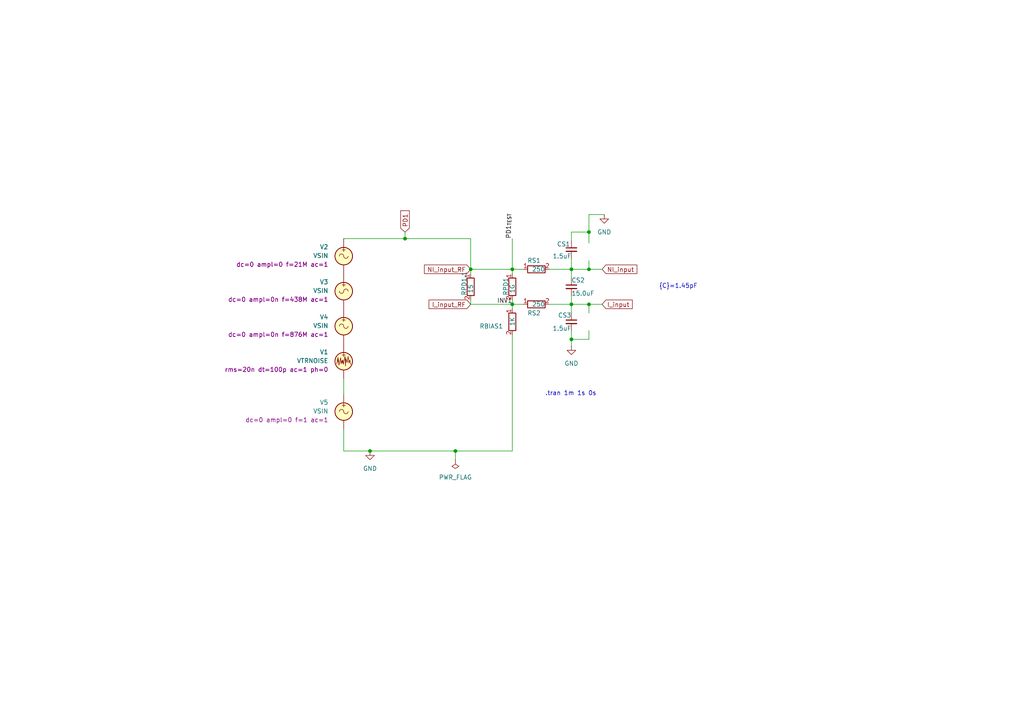
<source format=kicad_sch>
(kicad_sch (version 20230121) (generator eeschema)
  (paper "A4")
  (lib_symbols
    (symbol "Device:C_Small" (pin_numbers hide) (pin_names (offset 0.254) hide)
      (property "Reference" "C" (at 0.254 1.778 0))
      (property "Value" "C_Small" (at 0.254 -2.032 0))
      (symbol "C_Small_0_1"
        (polyline (pts (xy -1.524 -0.508) (xy 1.524 -0.508)) (stroke (width 0.3302)))
        (polyline (pts (xy -1.524 0.508) (xy 1.524 0.508)) (stroke (width 0.3048)))
      )
      (symbol "C_Small_1_1"
        (pin passive line (at 0 2.54 270) (length 2.032) (name "~") (number "1"))
        (pin passive line (at 0 -2.54 90) (length 2.032) (name "~") (number "2"))
      )
    )
    (symbol "Device:R" (pin_names (offset 0))
      (property "Reference" "R" (at 2.032 0 90))
      (property "Value" "R" (at 0 0 90))
      (symbol "R_0_1"
        (rectangle (start -1.016 -2.54) (end 1.016 2.54) (stroke (width 0.254)))
      )
      (symbol "R_1_1"
        (pin passive line (at 0 3.81 270) (length 1.27) (name "~") (number "1"))
        (pin passive line (at 0 -3.81 90) (length 1.27) (name "~") (number "2"))
      )
    )
    (symbol "R_1" (pin_names (offset 0))
      (property "Reference" "R" (at 2.032 0 90))
      (property "Value" "R" (at 0 0 90))
      (symbol "R_1_0_1"
        (rectangle (start -1.016 -2.54) (end 1.016 2.54) (stroke (width 0.254)))
      )
      (symbol "R_1_1_1"
        (pin passive line (at 0 3.81 270) (length 1.27) (name "~") (number "1"))
        (pin passive line (at 0 -3.81 90) (length 1.27) (name "~") (number "2"))
      )
    )
    (symbol "R_2" (pin_names (offset 0))
      (property "Reference" "R" (at 2.032 0 90))
      (property "Value" "R" (at 0 0 90))
      (symbol "R_2_0_1"
        (rectangle (start -1.016 -2.54) (end 1.016 2.54) (stroke (width 0.254)))
      )
      (symbol "R_2_1_1"
        (pin passive line (at 0 3.81 270) (length 1.27) (name "~") (number "1"))
        (pin passive line (at 0 -3.81 90) (length 1.27) (name "~") (number "2"))
      )
    )
    (symbol "Simulation_SPICE:VSIN" (pin_numbers hide) (pin_names (offset 0.0254))
      (property "Reference" "V" (at 2.54 2.54 0))
      (property "Value" "VSIN" (at 2.54 0 0))
      (property "Sim.Params" "dc=0 ampl=1 f=1k ac=1" (at 2.54 -2.54 0))
      (symbol "VSIN_0_0"
        (arc (start 0 0) (mid -0.635 0.6323) (end -1.27 0))
        (arc (start 0 0) (mid 0.635 -0.6323) (end 1.27 0))
        (text "+" (at 0 1.905 0) (effects (font (size 1.27 1.27))))
      )
      (symbol "VSIN_0_1"
        (circle (center 0 0) (radius 2.54) (stroke (width 0.254)) (fill (type background)))
      )
      (symbol "VSIN_1_1"
        (pin passive line (at 0 5.08 270) (length 2.54) (name "~") (number "1"))
        (pin passive line (at 0 -5.08 90) (length 2.54) (name "~") (number "2"))
      )
    )
    (symbol "Simulation_SPICE:VTRNOISE" (pin_numbers hide) (pin_names (offset 0.0254))
      (property "Reference" "V" (at 2.54 2.54 0))
      (property "Value" "VTRNOISE" (at 2.54 0 0))
      (property "Sim.Params" "rms=20n dt=0.5n ac=0 ph=0" (at 2.54 -2.54 0))
      (symbol "VTRNOISE_0_0"
        (text "+" (at 0 1.905 0) (effects (font (size 1.27 1.27))))
      )
      (symbol "VTRNOISE_0_1"
        (polyline (pts (xy -2.032 -0.762) (xy -1.651 1.143) (xy -1.651 -0.254) (xy -1.524 0.508) (xy -1.397 -1.143) (xy -0.889 1.016) (xy -0.762 -0.762) (xy -0.508 0.254) (xy -0.381 -0.508) (xy -0.254 0.381) (xy -0.127 -0.889) (xy 0.381 1.397) (xy 0.508 -1.397) (xy 0.635 0.762) (xy 1.016 -0.381) (xy 1.27 1.397) (xy 1.524 -0.508) (xy 1.778 0.381) (xy 2.032 -0.889)))
        (circle (center 0 0) (radius 2.54) (stroke (width 0.254)) (fill (type background)))
      )
      (symbol "VTRNOISE_1_1"
        (pin passive line (at 0 5.08 270) (length 2.54) (name "~") (number "1"))
        (pin passive line (at 0 -5.08 90) (length 2.54) (name "~") (number "2"))
      )
    )
    (symbol "power:GND" (power) (pin_names (offset 0))
      (property "Value" "GND" (at 0 -3.81 0))
      (symbol "GND_0_1"
        (polyline (pts (xy 0 0) (xy 0 -1.27) (xy 1.27 -1.27) (xy 0 -2.54) (xy -1.27 -1.27) (xy 0 -1.27)))
      )
      (symbol "GND_1_1"
        (pin power_in line (at 0 0 270) (length 0) hide (name "GND") (number "1"))
      )
    )
    (symbol "power:PWR_FLAG" (power) (pin_numbers hide) (pin_names (offset 0) hide)
      (property "Value" "PWR_FLAG" (at 0 3.81 0))
      (symbol "PWR_FLAG_0_0"
        (pin power_out line (at 0 0 90) (length 0) (name "pwr") (number "1"))
      )
      (symbol "PWR_FLAG_0_1"
        (polyline (pts (xy 0 0) (xy 0 1.27) (xy -1.016 1.905) (xy 0 2.54) (xy 1.016 1.905) (xy 0 1.27)))
      )
    )
  )
  (junction (at 170.815 88.265))
  (junction (at 170.815 67.31))
  (junction (at 117.475 69.215))
  (junction (at 165.735 88.265))
  (junction (at 136.525 78.105))
  (junction (at 170.815 78.105))
  (junction (at 132.08 130.81))
  (junction (at 107.315 130.81))
  (junction (at 148.59 88.265))
  (junction (at 148.59 78.105))
  (junction (at 165.735 98.425))
  (junction (at 165.735 78.105))
  (wire (pts (xy 132.08 130.81) (xy 132.08 133.35)))
  (wire (pts (xy 165.735 74.93) (xy 165.735 78.105)))
  (wire (pts (xy 165.735 98.425) (xy 165.735 100.33)))
  (wire (pts (xy 165.735 85.725) (xy 165.735 88.265)))
  (wire (pts (xy 165.735 67.31) (xy 165.735 69.85)))
  (wire (pts (xy 165.735 78.105) (xy 165.735 80.645)))
  (wire (pts (xy 170.815 88.265) (xy 170.815 90.805)))
  (wire (pts (xy 107.315 130.81) (xy 132.08 130.81)))
  (wire (pts (xy 170.815 67.31) (xy 170.815 70.485)))
  (wire (pts (xy 99.695 69.215) (xy 117.475 69.215)))
  (wire (pts (xy 170.815 78.105) (xy 174.625 78.105)))
  (wire (pts (xy 136.525 88.265) (xy 148.59 88.265)))
  (wire (pts (xy 99.695 124.46) (xy 99.695 130.81)))
  (wire (pts (xy 99.695 109.855) (xy 99.695 114.3)))
  (wire (pts (xy 170.815 88.265) (xy 174.625 88.265)))
  (wire (pts (xy 165.735 78.105) (xy 170.815 78.105)))
  (wire (pts (xy 148.59 97.155) (xy 148.59 130.81)))
  (wire (pts (xy 159.385 78.105) (xy 165.735 78.105)))
  (wire (pts (xy 170.815 75.565) (xy 170.815 78.105)))
  (wire (pts (xy 148.59 88.265) (xy 151.765 88.265)))
  (wire (pts (xy 165.735 88.265) (xy 165.735 90.805)))
  (wire (pts (xy 117.475 67.31) (xy 117.475 69.215)))
  (wire (pts (xy 170.815 62.23) (xy 175.26 62.23)))
  (wire (pts (xy 148.59 86.995) (xy 148.59 88.265)))
  (wire (pts (xy 170.815 62.23) (xy 170.815 67.31)))
  (wire (pts (xy 136.525 78.105) (xy 148.59 78.105)))
  (wire (pts (xy 148.59 78.105) (xy 151.765 78.105)))
  (wire (pts (xy 99.695 130.81) (xy 107.315 130.81)))
  (wire (pts (xy 165.735 88.265) (xy 170.815 88.265)))
  (wire (pts (xy 159.385 88.265) (xy 165.735 88.265)))
  (wire (pts (xy 136.525 88.265) (xy 136.525 86.995)))
  (wire (pts (xy 136.525 69.215) (xy 136.525 78.105)))
  (wire (pts (xy 170.815 95.885) (xy 170.815 98.425)))
  (wire (pts (xy 132.08 130.81) (xy 148.59 130.81)))
  (wire (pts (xy 136.525 78.105) (xy 136.525 79.375)))
  (wire (pts (xy 165.735 95.885) (xy 165.735 98.425)))
  (wire (pts (xy 148.59 78.105) (xy 148.59 79.375)))
  (wire (pts (xy 170.815 67.31) (xy 165.735 67.31)))
  (wire (pts (xy 117.475 69.215) (xy 136.525 69.215)))
  (wire (pts (xy 170.815 98.425) (xy 165.735 98.425)))
  (wire (pts (xy 148.59 69.215) (xy 148.59 78.105)))
  (wire (pts (xy 148.59 88.265) (xy 148.59 89.535)))
  (text "{C}=1.45pF" (at 191.135 83.82 0) (effects (font (size 1.27 1.27)) (justify left bottom)))
  (text ".tran 1m 1s 0s" (at 158.115 114.935 0) (effects (font (size 1.27 1.27)) (justify left bottom)))
  (label "INV1" (at 148.59 88.265 180))
  (label "PD1_{TEST}" (at 148.59 69.215 90))
  (global_label "NI_input" (shape input) (at 174.625 78.105 0) (property "Intersheetrefs" "${INTERSHEET_REFS}" (effects hide)))
  (global_label "NI_input_RF" (shape input) (at 136.525 78.105 180) (property "Intersheetrefs" "${INTERSHEET_REFS}" (effects hide)))
  (global_label "I_input" (shape input) (at 174.625 88.265 0) (property "Intersheetrefs" "${INTERSHEET_REFS}" (effects hide)))
  (global_label "PD1" (shape input) (at 117.475 67.31 90) (property "Intersheetrefs" "${INTERSHEET_REFS}" (effects hide)))
  (global_label "I_input_RF" (shape input) (at 136.525 88.265 180) (property "Intersheetrefs" "${INTERSHEET_REFS}" (effects hide)))
  (symbol (lib_id "Device:C_Small") (at 165.735 83.185 0) (unit 1)
    (property "Reference" "CS2" (at 165.735 81.28 0) (effects (justify left)))
    (property "Value" "15.0uF" (at 165.735 85.09 0) (effects (justify left)))
    (property "Footprint" "Capacitor_SMD:C_0603_1608Metric" (effects hide))
    (property "Part Number" "06035J100FBTTR" (effects hide))
  )
  (symbol (lib_id "Device:R") (at 148.59 93.345 0) (unit 1)
    (property "Reference" "RBIAS1" (at 139.065 94.615 0) (effects (justify left)))
    (property "Value" "1K" (at 148.59 94.615 90) (effects (justify left)))
    (property "Footprint" "Capacitor_SMD:C_0805_2012Metric" (effects hide))
  )
  (symbol (lib_id "Simulation_SPICE:VTRNOISE") (at 99.695 104.775 0) (unit 1)
    (property "Reference" "V1" (at 95.25 102.1052 0) (effects (justify right)))
    (property "Value" "VTRNOISE" (at 95.25 104.6452 0) (effects (justify right)))
    (property "Sim.Pins" "1=+ 2=-" (effects hide))
    (property "Sim.Params" "rms=20n dt=100p ac=1 ph=0" (at 95.25 107.1852 0) (effects (justify right)))
    (property "Sim.Device" "V" (effects hide))
    (property "Sim.Type" "WHITENOISE" (effects hide))
  )
  (symbol (lib_id "Device:R") (at 155.575 78.105 90) (unit 1)
    (property "Reference" "RS1" (at 156.845 75.565 90) (effects (justify left)))
    (property "Value" "250" (at 158.115 78.105 90) (effects (justify left)))
    (property "Footprint" "Resistor_SMD:R_0805_2012Metric" (effects hide))
    (property "Part Number" "ERA-6VEB3300V" (effects hide))
  )
  (symbol (lib_id "power:GND") (at 175.26 62.23 0) (unit 1)
    (property "Reference" "#PWR04" (effects hide))
    (property "Value" "GND" (at 175.26 67.31 0))
  )
  (symbol (lib_id "Simulation_SPICE:VSIN") (at 99.695 119.38 0) (unit 1)
    (property "Reference" "V5" (at 95.25 116.7102 0) (effects (justify right)))
    (property "Value" "VSIN" (at 95.25 119.2502 0) (effects (justify right)))
    (property "Sim.Pins" "1=+ 2=-" (effects hide))
    (property "Sim.Params" "dc=0 ampl=0 f=1 ac=1" (at 95.25 121.7902 0) (effects (justify right)))
    (property "Sim.Type" "SIN" (effects hide))
    (property "Sim.Device" "V" (effects hide))
  )
  (symbol (lib_name "R_1") (lib_id "Device:R") (at 136.525 83.185 0) (unit 1)
    (property "Reference" "RPD1.1" (at 134.62 85.725 90) (effects (justify left)))
    (property "Value" "15" (at 136.525 85.09 90) (effects (justify left)))
    (property "Footprint" "Resistor_SMD:R_0805_2012Metric" (effects hide))
    (property "Part Number" "HVC0805Z1007JET" (effects hide))
    (property "Sim.Device" "R" (effects hide))
    (property "Sim.Pins" "1=+ 2=-" (effects hide))
  )
  (symbol (lib_id "Device:C_Small") (at 165.735 72.39 0) (mirror y) (unit 1)
    (property "Reference" "CS1" (at 165.4175 70.8025 0) (effects (justify left)))
    (property "Value" "1.5uF" (at 165.735 74.295 0) (effects (justify left)))
    (property "Footprint" "Capacitor_SMD:C_0402_1005Metric" (effects hide))
    (property "Part Number" "04023J1R1PBSTR" (effects hide))
  )
  (symbol (lib_id "Simulation_SPICE:VSIN") (at 99.695 84.455 0) (mirror y) (unit 1)
    (property "Reference" "V3" (at 95.25 81.7852 0) (effects (justify left)))
    (property "Value" "VSIN" (at 95.25 84.3252 0) (effects (justify left)))
    (property "Sim.Pins" "1=+ 2=-" (effects hide))
    (property "Sim.Params" "dc=0 ampl=0n f=438M ac=1" (at 95.25 86.8652 0) (effects (justify left)))
    (property "Sim.Type" "SIN" (effects hide))
    (property "Sim.Device" "V" (effects hide))
  )
  (symbol (lib_id "power:GND") (at 107.315 130.81 0) (unit 1)
    (property "Reference" "#PWR02" (effects hide))
    (property "Value" "GND" (at 107.315 135.89 0))
  )
  (symbol (lib_id "power:PWR_FLAG") (at 132.08 133.35 180) (unit 1)
    (property "Reference" "#FLG01" (effects hide))
    (property "Value" "PWR_FLAG" (at 132.08 138.43 0))
  )
  (symbol (lib_id "power:GND") (at 165.735 100.33 0) (unit 1)
    (property "Reference" "#PWR01" (effects hide))
    (property "Value" "GND" (at 165.735 105.41 0))
  )
  (symbol (lib_id "Simulation_SPICE:VSIN") (at 99.695 94.615 0) (unit 1)
    (property "Reference" "V4" (at 95.25 91.9452 0) (effects (justify right)))
    (property "Value" "VSIN" (at 95.25 94.4852 0) (effects (justify right)))
    (property "Sim.Pins" "1=+ 2=-" (effects hide))
    (property "Sim.Params" "dc=0 ampl=0n f=876M ac=1" (at 95.25 97.0252 0) (effects (justify right)))
    (property "Sim.Type" "SIN" (effects hide))
    (property "Sim.Device" "V" (effects hide))
  )
  (symbol (lib_id "Simulation_SPICE:VSIN") (at 99.695 74.295 0) (unit 1)
    (property "Reference" "V2" (at 95.25 71.6252 0) (effects (justify right)))
    (property "Value" "VSIN" (at 95.25 74.1652 0) (effects (justify right)))
    (property "Sim.Pins" "1=+ 2=-" (effects hide))
    (property "Sim.Params" "dc=0 ampl=0 f=21M ac=1" (at 95.25 76.7052 0) (effects (justify right)))
    (property "Sim.Type" "SIN" (effects hide))
    (property "Sim.Device" "V" (effects hide))
  )
  (symbol (lib_id "Device:R") (at 155.575 88.265 90) (unit 1)
    (property "Reference" "RS2" (at 156.845 90.805 90) (effects (justify left)))
    (property "Value" "250" (at 158.115 88.265 90) (effects (justify left)))
    (property "Footprint" "Resistor_SMD:R_0805_2012Metric" (effects hide))
    (property "Part Number" "ERA-6VEB3300V" (effects hide))
  )
  (symbol (lib_name "R_2") (lib_id "Device:R") (at 148.59 83.185 0) (unit 1)
    (property "Reference" "RPD1" (at 146.685 85.725 90) (effects (justify left)))
    (property "Value" "1G" (at 148.59 85.09 90) (effects (justify left)))
    (property "Footprint" "Resistor_SMD:R_0805_2012Metric" (effects hide))
    (property "Part Number" "HVC0805Z1007JET" (effects hide))
  )
  (symbol (lib_id "Device:C_Small") (at 165.735 93.345 0) (mirror y) (unit 1)
    (property "Reference" "CS3" (at 165.735 91.44 0) (effects (justify left)))
    (property "Value" "1.5uF" (at 165.735 95.25 0) (effects (justify left)))
    (property "Footprint" "Capacitor_SMD:C_0402_1005Metric" (effects hide))
    (property "Part Number" "04023J1R1PBSTR" (effects hide))
  )
)
</source>
